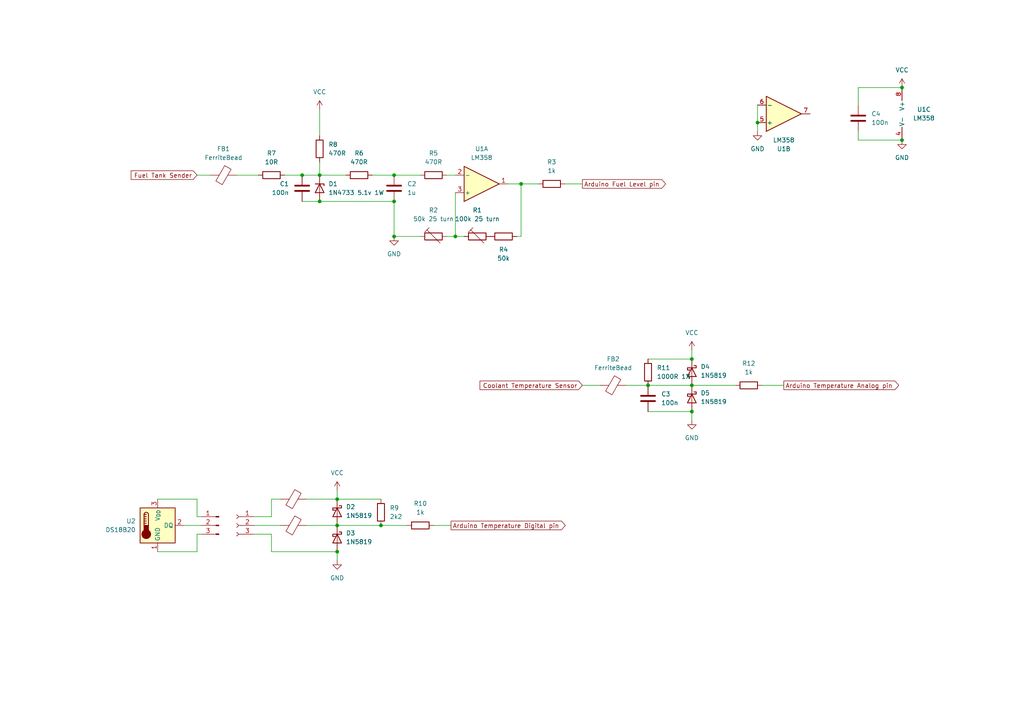
<source format=kicad_sch>
(kicad_sch (version 20230121) (generator eeschema)
  (paper "A4")
  (lib_symbols
    (symbol "Amplifier_Operational:LM358" (pin_names (offset 0.127))
      (property "Reference" "U" (at 0 5.08 0))
      (property "Value" "LM358" (at 0 -5.08 0))
      (symbol "LM358_1_1"
        (polyline (pts (xy -5.08 5.08) (xy 5.08 0) (xy -5.08 -5.08) (xy -5.08 5.08)) (stroke (width 0.254)) (fill (type background)))
        (pin output line (at 7.62 0 180) (length 2.54) (name "~") (number "1"))
        (pin input line (at -7.62 -2.54 0) (length 2.54) (name "-") (number "2"))
        (pin input line (at -7.62 2.54 0) (length 2.54) (name "+") (number "3"))
      )
      (symbol "LM358_2_1"
        (polyline (pts (xy -5.08 5.08) (xy 5.08 0) (xy -5.08 -5.08) (xy -5.08 5.08)) (stroke (width 0.254)) (fill (type background)))
        (pin input line (at -7.62 2.54 0) (length 2.54) (name "+") (number "5"))
        (pin input line (at -7.62 -2.54 0) (length 2.54) (name "-") (number "6"))
        (pin output line (at 7.62 0 180) (length 2.54) (name "~") (number "7"))
      )
      (symbol "LM358_3_1"
        (pin power_in line (at -2.54 -7.62 90) (length 3.81) (name "V-") (number "4"))
        (pin power_in line (at -2.54 7.62 270) (length 3.81) (name "V+") (number "8"))
      )
    )
    (symbol "Connector:Conn_01x03_Pin" (pin_names (offset 1.016) hide)
      (property "Reference" "J" (at 0 5.08 0))
      (property "Value" "Conn_01x03_Pin" (at 0 -5.08 0))
      (symbol "Conn_01x03_Pin_1_1"
        (polyline (pts (xy 1.27 -2.54) (xy 0.8636 -2.54)) (stroke (width 0.1524)))
        (polyline (pts (xy 1.27 0) (xy 0.8636 0)) (stroke (width 0.1524)))
        (polyline (pts (xy 1.27 2.54) (xy 0.8636 2.54)) (stroke (width 0.1524)))
        (rectangle (start 0.8636 -2.413) (end 0 -2.667) (stroke (width 0.1524)) (fill (type outline)))
        (rectangle (start 0.8636 0.127) (end 0 -0.127) (stroke (width 0.1524)) (fill (type outline)))
        (rectangle (start 0.8636 2.667) (end 0 2.413) (stroke (width 0.1524)) (fill (type outline)))
        (pin passive line (at 5.08 2.54 180) (length 3.81) (name "Pin_1") (number "1"))
        (pin passive line (at 5.08 0 180) (length 3.81) (name "Pin_2") (number "2"))
        (pin passive line (at 5.08 -2.54 180) (length 3.81) (name "Pin_3") (number "3"))
      )
    )
    (symbol "Connector:Conn_01x03_Socket" (pin_names (offset 1.016) hide)
      (property "Reference" "J" (at 0 5.08 0))
      (property "Value" "Conn_01x03_Socket" (at 0 -5.08 0))
      (symbol "Conn_01x03_Socket_1_1"
        (arc (start 0 -2.032) (mid -0.5058 -2.54) (end 0 -3.048) (stroke (width 0.1524)))
        (polyline (pts (xy -1.27 -2.54) (xy -0.508 -2.54)) (stroke (width 0.1524)))
        (polyline (pts (xy -1.27 0) (xy -0.508 0)) (stroke (width 0.1524)))
        (polyline (pts (xy -1.27 2.54) (xy -0.508 2.54)) (stroke (width 0.1524)))
        (arc (start 0 0.508) (mid -0.5058 0) (end 0 -0.508) (stroke (width 0.1524)))
        (arc (start 0 3.048) (mid -0.5058 2.54) (end 0 2.032) (stroke (width 0.1524)))
        (pin passive line (at -5.08 2.54 0) (length 3.81) (name "Pin_1") (number "1"))
        (pin passive line (at -5.08 0 0) (length 3.81) (name "Pin_2") (number "2"))
        (pin passive line (at -5.08 -2.54 0) (length 3.81) (name "Pin_3") (number "3"))
      )
    )
    (symbol "Device:C" (pin_numbers hide) (pin_names (offset 0.254))
      (property "Reference" "C" (at 0.635 2.54 0))
      (property "Value" "C" (at 0.635 -2.54 0))
      (symbol "C_0_1"
        (polyline (pts (xy -2.032 -0.762) (xy 2.032 -0.762)) (stroke (width 0.508)))
        (polyline (pts (xy -2.032 0.762) (xy 2.032 0.762)) (stroke (width 0.508)))
      )
      (symbol "C_1_1"
        (pin passive line (at 0 3.81 270) (length 2.794) (name "~") (number "1"))
        (pin passive line (at 0 -3.81 90) (length 2.794) (name "~") (number "2"))
      )
    )
    (symbol "Device:D_Schottky" (pin_numbers hide) (pin_names (offset 1.016) hide)
      (property "Reference" "D" (at 0 2.54 0))
      (property "Value" "D_Schottky" (at 0 -2.54 0))
      (symbol "D_Schottky_0_1"
        (polyline (pts (xy 1.27 0) (xy -1.27 0)))
        (polyline (pts (xy 1.27 1.27) (xy 1.27 -1.27) (xy -1.27 0) (xy 1.27 1.27)) (stroke (width 0.254)))
        (polyline (pts (xy -1.905 0.635) (xy -1.905 1.27) (xy -1.27 1.27) (xy -1.27 -1.27) (xy -0.635 -1.27) (xy -0.635 -0.635)) (stroke (width 0.254)))
      )
      (symbol "D_Schottky_1_1"
        (pin passive line (at -3.81 0 0) (length 2.54) (name "K") (number "1"))
        (pin passive line (at 3.81 0 180) (length 2.54) (name "A") (number "2"))
      )
    )
    (symbol "Device:D_Zener" (pin_numbers hide) (pin_names (offset 1.016) hide)
      (property "Reference" "D" (at 0 2.54 0))
      (property "Value" "D_Zener" (at 0 -2.54 0))
      (symbol "D_Zener_0_1"
        (polyline (pts (xy 1.27 0) (xy -1.27 0)))
        (polyline (pts (xy -1.27 -1.27) (xy -1.27 1.27) (xy -0.762 1.27)) (stroke (width 0.254)))
        (polyline (pts (xy 1.27 -1.27) (xy 1.27 1.27) (xy -1.27 0) (xy 1.27 -1.27)) (stroke (width 0.254)))
      )
      (symbol "D_Zener_1_1"
        (pin passive line (at -3.81 0 0) (length 2.54) (name "K") (number "1"))
        (pin passive line (at 3.81 0 180) (length 2.54) (name "A") (number "2"))
      )
    )
    (symbol "Device:FerriteBead" (pin_numbers hide) (pin_names (offset 0))
      (property "Reference" "FB" (at -3.81 0.635 90))
      (property "Value" "FerriteBead" (at 3.81 0 90))
      (symbol "FerriteBead_0_1"
        (polyline (pts (xy 0 -1.27) (xy 0 -1.2192)))
        (polyline (pts (xy 0 1.27) (xy 0 1.2954)))
        (polyline (pts (xy -2.7686 0.4064) (xy -1.7018 2.2606) (xy 2.7686 -0.3048) (xy 1.6764 -2.159) (xy -2.7686 0.4064)))
      )
      (symbol "FerriteBead_1_1"
        (pin passive line (at 0 3.81 270) (length 2.54) (name "~") (number "1"))
        (pin passive line (at 0 -3.81 90) (length 2.54) (name "~") (number "2"))
      )
    )
    (symbol "Device:R" (pin_numbers hide) (pin_names (offset 0))
      (property "Reference" "R" (at 2.032 0 90))
      (property "Value" "R" (at 0 0 90))
      (symbol "R_0_1"
        (rectangle (start -1.016 -2.54) (end 1.016 2.54) (stroke (width 0.254)))
      )
      (symbol "R_1_1"
        (pin passive line (at 0 3.81 270) (length 1.27) (name "~") (number "1"))
        (pin passive line (at 0 -3.81 90) (length 1.27) (name "~") (number "2"))
      )
    )
    (symbol "Device:R_Trim" (pin_numbers hide) (pin_names (offset 0))
      (property "Reference" "R" (at 2.54 -2.54 90))
      (property "Value" "R_Trim" (at -2.54 -0.635 90))
      (symbol "R_Trim_0_1"
        (rectangle (start -1.016 -2.54) (end 1.016 2.54) (stroke (width 0.254)))
        (polyline (pts (xy -1.905 -1.905) (xy 1.905 1.905) (xy 2.54 1.27) (xy 1.27 2.54)))
      )
      (symbol "R_Trim_1_1"
        (pin passive line (at 0 3.81 270) (length 1.27) (name "~") (number "1"))
        (pin passive line (at 0 -3.81 90) (length 1.27) (name "~") (number "2"))
      )
    )
    (symbol "Sensor_Temperature:DS18B20"
      (property "Reference" "U" (at -3.81 6.35 0))
      (property "Value" "DS18B20" (at 6.35 6.35 0))
      (symbol "DS18B20_0_1"
        (rectangle (start -5.08 5.08) (end 5.08 -5.08) (stroke (width 0.254)) (fill (type background)))
        (circle (center -3.302 -2.54) (radius 1.27) (stroke (width 0.254)) (fill (type outline)))
        (rectangle (start -2.667 -1.905) (end -3.937 0) (stroke (width 0.254)) (fill (type outline)))
        (arc (start -2.667 3.175) (mid -3.302 3.8073) (end -3.937 3.175) (stroke (width 0.254)))
        (polyline (pts (xy -3.937 0.635) (xy -3.302 0.635)) (stroke (width 0.254)))
        (polyline (pts (xy -3.937 1.27) (xy -3.302 1.27)) (stroke (width 0.254)))
        (polyline (pts (xy -3.937 1.905) (xy -3.302 1.905)) (stroke (width 0.254)))
        (polyline (pts (xy -3.937 2.54) (xy -3.302 2.54)) (stroke (width 0.254)))
        (polyline (pts (xy -3.937 3.175) (xy -3.937 0)) (stroke (width 0.254)))
        (polyline (pts (xy -3.937 3.175) (xy -3.302 3.175)) (stroke (width 0.254)))
        (polyline (pts (xy -2.667 3.175) (xy -2.667 0)) (stroke (width 0.254)))
      )
      (symbol "DS18B20_1_1"
        (pin power_in line (at 0 -7.62 90) (length 2.54) (name "GND") (number "1"))
        (pin bidirectional line (at 7.62 0 180) (length 2.54) (name "DQ") (number "2"))
        (pin power_in line (at 0 7.62 270) (length 2.54) (name "V_{DD}") (number "3"))
      )
    )
    (symbol "power:GND" (power) (pin_names (offset 0))
      (property "Value" "GND" (at 0 -3.81 0))
      (symbol "GND_0_1"
        (polyline (pts (xy 0 0) (xy 0 -1.27) (xy 1.27 -1.27) (xy 0 -2.54) (xy -1.27 -1.27) (xy 0 -1.27)))
      )
      (symbol "GND_1_1"
        (pin power_in line (at 0 0 270) (length 0) hide (name "GND") (number "1"))
      )
    )
    (symbol "power:VCC" (power) (pin_names (offset 0))
      (property "Value" "VCC" (at 0 3.81 0))
      (symbol "VCC_0_1"
        (polyline (pts (xy -0.762 1.27) (xy 0 2.54)))
        (polyline (pts (xy 0 0) (xy 0 2.54)))
        (polyline (pts (xy 0 2.54) (xy 0.762 1.27)))
      )
      (symbol "VCC_1_1"
        (pin power_in line (at 0 0 90) (length 0) hide (name "VCC") (number "1"))
      )
    )
  )
  (junction (at 200.66 111.76))
  (junction (at 261.62 40.64))
  (junction (at 110.49 152.4))
  (junction (at 261.62 25.4))
  (junction (at 114.3 58.42))
  (junction (at 132.08 68.58))
  (junction (at 92.71 58.42))
  (junction (at 219.71 35.56))
  (junction (at 187.96 111.76))
  (junction (at 200.66 104.14))
  (junction (at 97.79 152.4))
  (junction (at 114.3 50.8))
  (junction (at 87.63 50.8))
  (junction (at 200.66 119.38))
  (junction (at 97.79 160.02))
  (junction (at 92.71 50.8))
  (junction (at 114.3 68.58))
  (junction (at 97.79 144.78))
  (junction (at 151.13 53.34))
  (wire (pts (xy 87.63 58.42) (xy 92.71 58.42)))
  (wire (pts (xy 57.15 50.8) (xy 60.96 50.8)))
  (wire (pts (xy 92.71 46.99) (xy 92.71 50.8)))
  (wire (pts (xy 107.95 50.8) (xy 114.3 50.8)))
  (wire (pts (xy 248.92 38.1) (xy 248.92 40.64)))
  (wire (pts (xy 78.74 154.94) (xy 78.74 160.02)))
  (wire (pts (xy 151.13 68.58) (xy 151.13 53.34)))
  (wire (pts (xy 92.71 31.75) (xy 92.71 39.37)))
  (wire (pts (xy 78.74 144.78) (xy 78.74 149.86)))
  (wire (pts (xy 97.79 142.24) (xy 97.79 144.78)))
  (wire (pts (xy 248.92 25.4) (xy 248.92 30.48)))
  (wire (pts (xy 87.63 50.8) (xy 92.71 50.8)))
  (wire (pts (xy 132.08 68.58) (xy 134.62 68.58)))
  (wire (pts (xy 114.3 50.8) (xy 121.92 50.8)))
  (wire (pts (xy 149.86 68.58) (xy 151.13 68.58)))
  (wire (pts (xy 57.15 160.02) (xy 45.72 160.02)))
  (wire (pts (xy 97.79 144.78) (xy 110.49 144.78)))
  (wire (pts (xy 248.92 40.64) (xy 261.62 40.64)))
  (wire (pts (xy 97.79 160.02) (xy 97.79 162.56)))
  (wire (pts (xy 53.34 152.4) (xy 58.42 152.4)))
  (wire (pts (xy 68.58 50.8) (xy 74.93 50.8)))
  (wire (pts (xy 248.92 25.4) (xy 261.62 25.4)))
  (wire (pts (xy 92.71 58.42) (xy 114.3 58.42)))
  (wire (pts (xy 57.15 154.94) (xy 57.15 160.02)))
  (wire (pts (xy 114.3 58.42) (xy 114.3 68.58)))
  (wire (pts (xy 129.54 68.58) (xy 132.08 68.58)))
  (wire (pts (xy 125.73 152.4) (xy 130.81 152.4)))
  (wire (pts (xy 78.74 160.02) (xy 97.79 160.02)))
  (wire (pts (xy 163.83 53.34) (xy 168.91 53.34)))
  (wire (pts (xy 81.28 144.78) (xy 78.74 144.78)))
  (wire (pts (xy 114.3 68.58) (xy 121.92 68.58)))
  (wire (pts (xy 97.79 152.4) (xy 110.49 152.4)))
  (wire (pts (xy 58.42 149.86) (xy 57.15 149.86)))
  (wire (pts (xy 110.49 152.4) (xy 118.11 152.4)))
  (wire (pts (xy 92.71 50.8) (xy 100.33 50.8)))
  (wire (pts (xy 78.74 149.86) (xy 73.66 149.86)))
  (wire (pts (xy 220.98 111.76) (xy 227.33 111.76)))
  (wire (pts (xy 129.54 50.8) (xy 132.08 50.8)))
  (wire (pts (xy 82.55 50.8) (xy 87.63 50.8)))
  (wire (pts (xy 200.66 111.76) (xy 213.36 111.76)))
  (wire (pts (xy 219.71 30.48) (xy 219.71 35.56)))
  (wire (pts (xy 73.66 154.94) (xy 78.74 154.94)))
  (wire (pts (xy 57.15 144.78) (xy 45.72 144.78)))
  (wire (pts (xy 132.08 55.88) (xy 132.08 68.58)))
  (wire (pts (xy 147.32 53.34) (xy 151.13 53.34)))
  (wire (pts (xy 187.96 104.14) (xy 200.66 104.14)))
  (wire (pts (xy 151.13 53.34) (xy 156.21 53.34)))
  (wire (pts (xy 187.96 119.38) (xy 200.66 119.38)))
  (wire (pts (xy 58.42 154.94) (xy 57.15 154.94)))
  (wire (pts (xy 57.15 149.86) (xy 57.15 144.78)))
  (wire (pts (xy 219.71 35.56) (xy 219.71 38.1)))
  (wire (pts (xy 88.9 144.78) (xy 97.79 144.78)))
  (wire (pts (xy 200.66 101.6) (xy 200.66 104.14)))
  (wire (pts (xy 187.96 111.76) (xy 200.66 111.76)))
  (wire (pts (xy 73.66 152.4) (xy 81.28 152.4)))
  (wire (pts (xy 88.9 152.4) (xy 97.79 152.4)))
  (wire (pts (xy 200.66 119.38) (xy 200.66 121.92)))
  (wire (pts (xy 181.61 111.76) (xy 187.96 111.76)))
  (wire (pts (xy 168.91 111.76) (xy 173.99 111.76)))
  (global_label "Arduino Temperature Digital pin" (shape output) (at 130.81 152.4 0) (property "Intersheetrefs" "${INTERSHEET_REFS}" (effects hide)))
  (global_label "Coolant Temperature Sensor" (shape input) (at 168.91 111.76 180) (property "Intersheetrefs" "${INTERSHEET_REFS}" (effects hide)))
  (global_label "Arduino Fuel Level pin" (shape output) (at 168.91 53.34 0) (property "Intersheetrefs" "${INTERSHEET_REFS}" (effects hide)))
  (global_label "Fuel Tank Sender" (shape input) (at 57.15 50.8 180) (property "Intersheetrefs" "${INTERSHEET_REFS}" (effects hide)))
  (global_label "Arduino Temperature Analog pin" (shape output) (at 227.33 111.76 0) (property "Intersheetrefs" "${INTERSHEET_REFS}" (effects hide)))
  (symbol (lib_id "Device:FerriteBead") (at 85.09 144.78 270) (unit 1)
    (property "Reference" "FB4" (effects hide))
    (property "Value" "FerriteBead" (effects hide))
  )
  (symbol (lib_id "Device:R") (at 217.17 111.76 90) (unit 1)
    (property "Reference" "R12" (at 217.17 105.41 90))
    (property "Value" "1k" (at 217.17 107.95 90))
  )
  (symbol (lib_id "Device:R") (at 78.74 50.8 90) (unit 1)
    (property "Reference" "R7" (at 78.74 44.45 90))
    (property "Value" "10R" (at 78.74 46.99 90))
  )
  (symbol (lib_id "power:VCC") (at 200.66 101.6 0) (unit 1)
    (property "Reference" "#PWR09" (effects hide))
    (property "Value" "VCC" (at 200.66 96.52 0))
  )
  (symbol (lib_id "Sensor_Temperature:DS18B20") (at 45.72 152.4 0) (unit 1)
    (property "Reference" "U2" (at 39.37 151.13 0) (effects (justify right)))
    (property "Value" "DS18B20" (at 39.37 153.67 0) (effects (justify right)))
    (property "Footprint" "Package_TO_SOT_THT:TO-92_Inline" (effects hide))
    (property "Datasheet" "http://datasheets.maximintegrated.com/en/ds/DS18B20.pdf" (effects hide))
  )
  (symbol (lib_id "Device:D_Zener") (at 92.71 54.61 270) (unit 1)
    (property "Reference" "D1" (at 95.25 53.34 90) (effects (justify left)))
    (property "Value" "1N4733 5.1v 1W" (at 95.25 55.88 90) (effects (justify left)))
  )
  (symbol (lib_id "Device:R") (at 121.92 152.4 90) (unit 1)
    (property "Reference" "R10" (at 121.92 146.05 90))
    (property "Value" "1k" (at 121.92 148.59 90))
  )
  (symbol (lib_id "power:VCC") (at 261.62 25.4 0) (unit 1)
    (property "Reference" "#PWR02" (effects hide))
    (property "Value" "VCC" (at 261.62 20.32 0))
  )
  (symbol (lib_id "Device:C") (at 248.92 34.29 0) (unit 1)
    (property "Reference" "C4" (at 252.73 33.02 0) (effects (justify left)))
    (property "Value" "100n" (at 252.73 35.56 0) (effects (justify left)))
  )
  (symbol (lib_id "Device:D_Schottky") (at 97.79 156.21 270) (unit 1)
    (property "Reference" "D3" (at 100.33 154.6225 90) (effects (justify left)))
    (property "Value" "1N5819" (at 100.33 157.1625 90) (effects (justify left)))
  )
  (symbol (lib_id "power:GND") (at 200.66 121.92 0) (unit 1)
    (property "Reference" "#PWR08" (effects hide))
    (property "Value" "GND" (at 200.66 127 0))
  )
  (symbol (lib_id "power:GND") (at 219.71 38.1 0) (unit 1)
    (property "Reference" "#PWR03" (effects hide))
    (property "Value" "GND" (at 219.71 43.18 0))
  )
  (symbol (lib_id "Device:FerriteBead") (at 64.77 50.8 270) (unit 1)
    (property "Reference" "FB1" (at 64.8208 43.18 90))
    (property "Value" "FerriteBead" (at 64.8208 45.72 90))
  )
  (symbol (lib_id "Amplifier_Operational:LM358") (at 139.7 53.34 0) (mirror x) (unit 1)
    (property "Reference" "U1" (at 139.7 43.18 0))
    (property "Value" "LM358" (at 139.7 45.72 0))
    (property "Datasheet" "http://www.ti.com/lit/ds/symlink/lm2904-n.pdf" (effects hide))
  )
  (symbol (lib_id "Device:R") (at 187.96 107.95 0) (unit 1)
    (property "Reference" "R11" (at 190.5 106.68 0) (effects (justify left)))
    (property "Value" "1000R 1%" (at 190.5 109.22 0) (effects (justify left)))
  )
  (symbol (lib_id "Device:C") (at 87.63 54.61 0) (unit 1)
    (property "Reference" "C1" (at 83.82 53.34 0) (effects (justify right)))
    (property "Value" "100n" (at 83.82 55.88 0) (effects (justify right)))
  )
  (symbol (lib_id "Connector:Conn_01x03_Socket") (at 68.58 152.4 0) (mirror y) (unit 1)
    (property "Reference" "J2" (effects hide))
    (property "Value" "Conn_01x03_Socket" (effects hide))
  )
  (symbol (lib_id "power:VCC") (at 92.71 31.75 0) (unit 1)
    (property "Reference" "#PWR05" (effects hide))
    (property "Value" "VCC" (at 92.71 26.67 0))
  )
  (symbol (lib_id "power:VCC") (at 97.79 142.24 0) (unit 1)
    (property "Reference" "#PWR06" (effects hide))
    (property "Value" "VCC" (at 97.79 137.16 0))
  )
  (symbol (lib_id "Device:D_Schottky") (at 200.66 115.57 270) (unit 1)
    (property "Reference" "D5" (at 203.2 113.9825 90) (effects (justify left)))
    (property "Value" "1N5819" (at 203.2 116.5225 90) (effects (justify left)))
  )
  (symbol (lib_id "Device:D_Schottky") (at 200.66 107.95 270) (unit 1)
    (property "Reference" "D4" (at 203.2 106.3625 90) (effects (justify left)))
    (property "Value" "1N5819" (at 203.2 108.9025 90) (effects (justify left)))
  )
  (symbol (lib_id "power:GND") (at 261.62 40.64 0) (unit 1)
    (property "Reference" "#PWR01" (effects hide))
    (property "Value" "GND" (at 261.62 45.72 0))
  )
  (symbol (lib_id "Device:FerriteBead") (at 177.8 111.76 270) (unit 1)
    (property "Reference" "FB2" (at 177.8508 104.14 90))
    (property "Value" "FerriteBead" (at 177.8508 106.68 90))
  )
  (symbol (lib_id "Amplifier_Operational:LM358") (at 264.16 33.02 0) (unit 3)
    (property "Reference" "U1" (at 267.97 31.75 0))
    (property "Value" "LM358" (at 267.97 34.29 0))
    (property "Datasheet" "http://www.ti.com/lit/ds/symlink/lm2904-n.pdf" (effects hide))
  )
  (symbol (lib_id "Device:R_Trim") (at 125.73 68.58 90) (unit 1)
    (property "Reference" "R2" (at 125.73 60.96 90))
    (property "Value" "50k 25 turn" (at 125.73 63.5 90))
  )
  (symbol (lib_id "power:GND") (at 97.79 162.56 0) (unit 1)
    (property "Reference" "#PWR07" (effects hide))
    (property "Value" "GND" (at 97.79 167.64 0))
  )
  (symbol (lib_id "Device:FerriteBead") (at 85.09 152.4 270) (unit 1)
    (property "Reference" "FB3" (effects hide))
    (property "Value" "FerriteBead" (effects hide))
  )
  (symbol (lib_id "Amplifier_Operational:LM358") (at 227.33 33.02 0) (mirror x) (unit 2)
    (property "Reference" "U1" (at 227.33 43.18 0))
    (property "Value" "LM358" (at 227.33 40.64 0))
    (property "Datasheet" "http://www.ti.com/lit/ds/symlink/lm2904-n.pdf" (effects hide))
  )
  (symbol (lib_id "Device:R") (at 146.05 68.58 90) (unit 1)
    (property "Reference" "R4" (at 146.05 72.39 90))
    (property "Value" "50k" (at 146.05 74.93 90))
  )
  (symbol (lib_id "Connector:Conn_01x03_Pin") (at 63.5 152.4 0) (mirror y) (unit 1)
    (property "Reference" "J1" (effects hide))
    (property "Value" "Conn_01x03_Pin" (effects hide))
  )
  (symbol (lib_id "Device:R") (at 92.71 43.18 0) (unit 1)
    (property "Reference" "R8" (at 95.25 41.91 0) (effects (justify left)))
    (property "Value" "470R" (at 95.25 44.45 0) (effects (justify left)))
  )
  (symbol (lib_id "power:GND") (at 114.3 68.58 0) (unit 1)
    (property "Reference" "#PWR04" (effects hide))
    (property "Value" "GND" (at 114.3 73.66 0))
  )
  (symbol (lib_id "Device:D_Schottky") (at 97.79 148.59 270) (unit 1)
    (property "Reference" "D2" (at 100.33 147.0025 90) (effects (justify left)))
    (property "Value" "1N5819" (at 100.33 149.5425 90) (effects (justify left)))
  )
  (symbol (lib_id "Device:R") (at 160.02 53.34 90) (unit 1)
    (property "Reference" "R3" (at 160.02 46.99 90))
    (property "Value" "1k" (at 160.02 49.53 90))
  )
  (symbol (lib_id "Device:R_Trim") (at 138.43 68.58 90) (unit 1)
    (property "Reference" "R1" (at 138.43 60.96 90))
    (property "Value" "100k 25 turn" (at 138.43 63.5 90))
  )
  (symbol (lib_id "Device:R") (at 110.49 148.59 0) (unit 1)
    (property "Reference" "R9" (at 113.03 147.32 0) (effects (justify left)))
    (property "Value" "2k2" (at 113.03 149.86 0) (effects (justify left)))
  )
  (symbol (lib_id "Device:C") (at 114.3 54.61 0) (unit 1)
    (property "Reference" "C2" (at 118.11 53.34 0) (effects (justify left)))
    (property "Value" "1u" (at 118.11 55.88 0) (effects (justify left)))
  )
  (symbol (lib_id "Device:C") (at 187.96 115.57 0) (unit 1)
    (property "Reference" "C3" (at 191.77 114.3 0) (effects (justify left)))
    (property "Value" "100n" (at 191.77 116.84 0) (effects (justify left)))
  )
  (symbol (lib_id "Device:R") (at 104.14 50.8 90) (unit 1)
    (property "Reference" "R6" (at 104.14 44.45 90))
    (property "Value" "470R" (at 104.14 46.99 90))
  )
  (symbol (lib_id "Device:R") (at 125.73 50.8 90) (unit 1)
    (property "Reference" "R5" (at 125.73 44.45 90))
    (property "Value" "470R" (at 125.73 46.99 90))
  )
)
</source>
